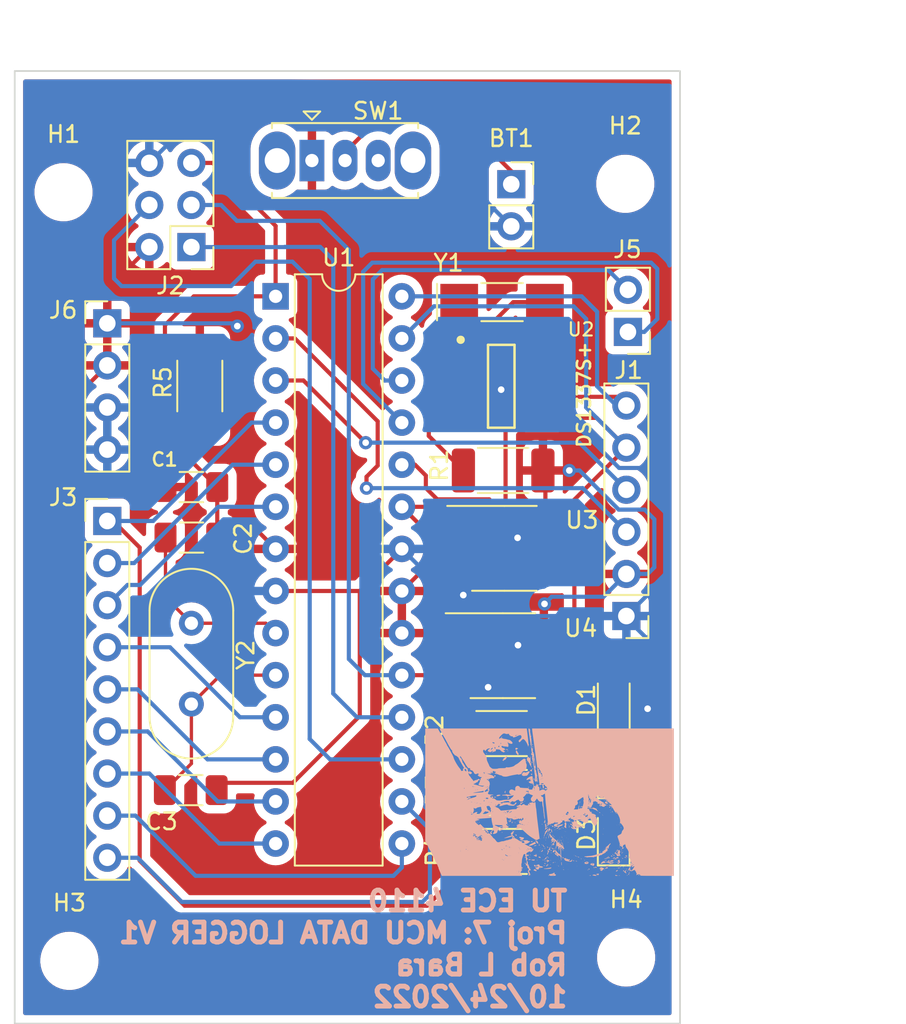
<source format=kicad_pcb>
(kicad_pcb (version 20211014) (generator pcbnew)
  (layers (0 "F.Cu" signal) (31 "B.Cu" signal) (34 "B.Paste" user) (35 "F.Paste" user) (36 "B.SilkS" user "B.Silkscreen") (37 "F.SilkS" user "F.Silkscreen") (38 "B.Mask" user) (39 "F.Mask" user) (44 "Edge.Cuts" user))
  (net 0 "")
  (net 1 "BAT")
  (net 2 "GND")
  (net 3 "VCC")
  (net 4 "XTAL+")
  (net 5 "XTAL-")
  (net 6 "Net-(D1-Pad2)")
  (net 7 "Net-(D2-Pad2)")
  (net 8 "Net-(D3-Pad2)")
  (net 9 "RX")
  (net 10 "TX")
  (net 11 "SDA")
  (net 12 "SCL")
  (net 13 "MISO")
  (net 14 "SCK")
  (net 15 "MOSI")
  (net 16 "RST")
  (net 17 "D0")
  (net 18 "D1")
  (net 19 "D2")
  (net 20 "D3")
  (net 21 "D4")
  (net 22 "D5")
  (net 23 "D6")
  (net 24 "D7")
  (net 25 "D8")
  (net 26 "A0")
  (net 27 "A1")
  (net 28 "Net-(R1-Pad1)")
  (net 30 "ADDRS1")
  (net 31 "ADDRS2")
  (net 32 "Net-(U2-Pad2)")
  (net 33 "Net-(U2-Pad1)")
  (footprint "MountingHole:MountingHole_2.5mm" (layer "F.Cu") (at 134.6454 70.3326)
    (fp_text reference "H2" (at 0 -3.5) (layer "F.SilkS"))
    (fp_text value "MountingHole")
    (pad "" np_thru_hole circle (at 0 0) (size 2.5 2.5) (drill 2.5) (layers *.Cu *.Mask))
  )
  (footprint "LED_SMD:LED_0805_2012Metric_Pad1.15x1.40mm_HandSolder" (layer "F.Cu") (at 133.948 105.548 90)
    (fp_text reference "D2" (at 0 -1.65 90) (layer "F.SilkS"))
    (fp_text value "LED")
    (pad "1" smd roundrect (at -1.025 0 90) (size 1.15 1.4) (layers "F.Cu" "F.Paste" "F.Mask") (roundrect_rratio 0.2173913043) (net 2 "GND"))
    (pad "2" smd roundrect (at 1.025 0 90) (size 1.15 1.4) (layers "F.Cu" "F.Paste" "F.Mask") (roundrect_rratio 0.2173913043) (net 7 "Net-(D2-Pad2)"))
  )
  (footprint "Connector_PinHeader_2.54mm:PinHeader_1x06_P2.54mm_Vertical" (layer "F.Cu") (at 134.71 96.413 180)
    (fp_text reference "J1" (at -0.1386 14.8282) (layer "F.SilkS"))
    (fp_text value "Conn_01x06_Male")
    (pad "1" thru_hole rect (at 0 0 180) (size 1.7 1.7) (drill 1) (layers *.Cu *.Mask) (net 2 "GND"))
    (pad "2" thru_hole oval (at 0 2.54 180) (size 1.7 1.7) (drill 1) (layers *.Cu *.Mask) (net 3 "VCC"))
    (pad "3" thru_hole oval (at 0 5.08 180) (size 1.7 1.7) (drill 1) (layers *.Cu *.Mask) (net 9 "RX"))
    (pad "4" thru_hole oval (at 0 7.62 180) (size 1.7 1.7) (drill 1) (layers *.Cu *.Mask) (net 10 "TX"))
    (pad "5" thru_hole oval (at 0 10.16 180) (size 1.7 1.7) (drill 1) (layers *.Cu *.Mask) (net 11 "SDA"))
    (pad "6" thru_hole oval (at 0 12.7 180) (size 1.7 1.7) (drill 1) (layers *.Cu *.Mask) (net 12 "SCL"))
  )
  (footprint "Package_SO:SOIC-8_3.9x4.9mm_P1.27mm" (layer "F.Cu") (at 127.348 92.329)
    (fp_text reference "U3" (at 4.6812 -1.7018) (layer "F.SilkS"))
    (fp_text value "CAT24C512WI-GT3")
    (pad "1" smd roundrect (at -2.475 -1.905) (size 1.95 0.6) (layers "F.Cu" "F.Paste" "F.Mask") (net 30 "ADDRS1"))
    (pad "2" smd roundrect (at -2.475 -0.635) (size 1.95 0.6) (layers "F.Cu" "F.Paste" "F.Mask") (net 31 "ADDRS2"))
    (pad "3" smd roundrect (at -2.475 0.635) (size 1.95 0.6) (layers "F.Cu" "F.Paste" "F.Mask") (net 3 "VCC"))
    (pad "4" smd roundrect (at -2.475 1.905) (size 1.95 0.6) (layers "F.Cu" "F.Paste" "F.Mask") (net 2 "GND"))
    (pad "5" smd roundrect (at 2.475 1.905) (size 1.95 0.6) (layers "F.Cu" "F.Paste" "F.Mask") (net 11 "SDA"))
    (pad "6" smd roundrect (at 2.475 0.635) (size 1.95 0.6) (layers "F.Cu" "F.Paste" "F.Mask") (net 12 "SCL"))
    (pad "7" smd roundrect (at 2.475 -0.635) (size 1.95 0.6) (layers "F.Cu" "F.Paste" "F.Mask") (net 2 "GND"))
    (pad "8" smd roundrect (at 2.475 -1.905) (size 1.95 0.6) (layers "F.Cu" "F.Paste" "F.Mask") (net 3 "VCC"))
  )
  (footprint "Button_Switch_THT:SW_Slide_1P2T_CK_OS102011MS2Q" (layer "F.Cu") (at 115.729 68.9283)
    (fp_text reference "SW1" (at 3.99 -2.99) (layer "F.SilkS"))
    (fp_text value "SW_SPDT")
    (pad "" thru_hole oval (at -2.1 0) (size 2.2 3.5) (drill 1.5) (layers *.Cu *.Mask))
    (pad "" thru_hole oval (at 6.1 0) (size 2.2 3.5) (drill 1.5) (layers *.Cu *.Mask))
    (pad "1" thru_hole rect (at 0 0) (size 1.5 2.5) (drill 0.8) (layers *.Cu *.Mask) (net 3 "VCC"))
    (pad "2" thru_hole oval (at 2 0) (size 1.5 2.5) (drill 0.8) (layers *.Cu *.Mask) (net 1 "BAT"))
    (pad "3" thru_hole oval (at 4 0) (size 1.5 2.5) (drill 0.8) (layers *.Cu *.Mask))
  )
  (footprint "MountingHole:MountingHole_2.5mm" (layer "F.Cu") (at 100.7364 70.8406)
    (fp_text reference "H1" (at 0 -3.5) (layer "F.SilkS"))
    (fp_text value "MountingHole")
    (pad "" np_thru_hole circle (at 0 0) (size 2.5 2.5) (drill 2.5) (layers *.Cu *.Mask))
  )
  (footprint "LED_SMD:LED_0805_2012Metric_Pad1.15x1.40mm_HandSolder" (layer "F.Cu") (at 133.948 101.484 90)
    (fp_text reference "D1" (at 0 -1.65 90) (layer "F.SilkS"))
    (fp_text value "LED")
    (pad "1" smd roundrect (at -1.025 0 90) (size 1.15 1.4) (layers "F.Cu" "F.Paste" "F.Mask") (roundrect_rratio 0.2173913043) (net 2 "GND"))
    (pad "2" smd roundrect (at 1.025 0 90) (size 1.15 1.4) (layers "F.Cu" "F.Paste" "F.Mask") (roundrect_rratio 0.2173913043) (net 6 "Net-(D1-Pad2)"))
  )
  (footprint "MountingHole:MountingHole_2.5mm" (layer "F.Cu") (at 134.6962 117.0178)
    (fp_text reference "H4" (at 0 -3.5) (layer "F.SilkS"))
    (fp_text value "MountingHole")
    (pad "" np_thru_hole circle (at 0 0) (size 2.5 2.5) (drill 2.5) (layers *.Cu *.Mask))
  )
  (footprint "Capacitor_SMD:C_1206_3216Metric_Pad1.33x1.80mm_HandSolder" (layer "F.Cu") (at 108.4155 106.918)
    (fp_text reference "C3" (at -1.7609 1.8956) (layer "F.SilkS"))
    (fp_text value "10uF")
    (pad "1" smd roundrect (at -1.5625 0) (size 1.325 1.8) (layers "F.Cu" "F.Paste" "F.Mask") (roundrect_rratio 0.1886792453) (net 5 "XTAL-"))
    (pad "2" smd roundrect (at 1.5625 0) (size 1.325 1.8) (layers "F.Cu" "F.Paste" "F.Mask") (roundrect_rratio 0.1886792453) (net 2 "GND"))
  )
  (footprint "Resistor_SMD:R_2010_5025Metric_Pad1.40x2.65mm_HandSolder" (layer "F.Cu") (at 127.179 110.617)
    (fp_text reference "R4" (at -4.0398 -0.0508 90) (layer "F.SilkS"))
    (fp_text value "330")
    (pad "1" smd roundrect (at -2.4 0) (size 1.4 2.65) (layers "F.Cu" "F.Paste" "F.Mask") (roundrect_rratio 0.1785707143) (net 17 "D0"))
    (pad "2" smd roundrect (at 2.4 0) (size 1.4 2.65) (layers "F.Cu" "F.Paste" "F.Mask") (roundrect_rratio 0.1785707143) (net 7 "Net-(D2-Pad2)"))
  )
  (footprint "Crystal:Crystal_HC49-4H_Vertical" (layer "F.Cu") (at 108.454 96.848 -90)
    (fp_text reference "Y2" (at 1.9072 -3.2806 90) (layer "F.SilkS"))
    (fp_text value "16kHz")
    (pad "1" thru_hole circle (at 0 0 270) (size 1.5 1.5) (drill 0.8) (layers *.Cu *.Mask) (net 4 "XTAL+"))
    (pad "2" thru_hole circle (at 4.88 0 270) (size 1.5 1.5) (drill 0.8) (layers *.Cu *.Mask) (net 5 "XTAL-"))
  )
  (footprint "Package_DIP:DIP-28_W7.62mm" (layer "F.Cu") (at 113.538 77.122)
    (fp_text reference "U1" (at 3.81 -2.33) (layer "F.SilkS"))
    (fp_text value "ATmega168-20P")
    (pad "1" thru_hole rect (at 0 0) (size 1.6 1.6) (drill 0.8) (layers *.Cu *.Mask) (net 16 "RST"))
    (pad "2" thru_hole oval (at 0 2.54) (size 1.6 1.6) (drill 0.8) (layers *.Cu *.Mask) (net 9 "RX"))
    (pad "3" thru_hole oval (at 0 5.08) (size 1.6 1.6) (drill 0.8) (layers *.Cu *.Mask) (net 10 "TX"))
    (pad "4" thru_hole oval (at 0 7.62) (size 1.6 1.6) (drill 0.8) (layers *.Cu *.Mask) (net 17 "D0"))
    (pad "5" thru_hole oval (at 0 10.16) (size 1.6 1.6) (drill 0.8) (layers *.Cu *.Mask) (net 18 "D1"))
    (pad "6" thru_hole oval (at 0 12.7) (size 1.6 1.6) (drill 0.8) (layers *.Cu *.Mask) (net 19 "D2"))
    (pad "7" thru_hole oval (at 0 15.24) (size 1.6 1.6) (drill 0.8) (layers *.Cu *.Mask) (net 3 "VCC"))
    (pad "8" thru_hole oval (at 0 17.78) (size 1.6 1.6) (drill 0.8) (layers *.Cu *.Mask) (net 2 "GND"))
    (pad "9" thru_hole oval (at 0 20.32) (size 1.6 1.6) (drill 0.8) (layers *.Cu *.Mask) (net 4 "XTAL+"))
    (pad "10" thru_hole oval (at 0 22.86) (size 1.6 1.6) (drill 0.8) (layers *.Cu *.Mask) (net 5 "XTAL-"))
    (pad "11" thru_hole oval (at 0 25.4) (size 1.6 1.6) (drill 0.8) (layers *.Cu *.Mask) (net 20 "D3"))
    (pad "12" thru_hole oval (at 0 27.94) (size 1.6 1.6) (drill 0.8) (layers *.Cu *.Mask) (net 21 "D4"))
    (pad "13" thru_hole oval (at 0 30.48) (size 1.6 1.6) (drill 0.8) (layers *.Cu *.Mask) (net 22 "D5"))
    (pad "14" thru_hole oval (at 0 33.02) (size 1.6 1.6) (drill 0.8) (layers *.Cu *.Mask) (net 23 "D6"))
    (pad "15" thru_hole oval (at 7.62 33.02) (size 1.6 1.6) (drill 0.8) (layers *.Cu *.Mask) (net 24 "D7"))
    (pad "16" thru_hole oval (at 7.62 30.48) (size 1.6 1.6) (drill 0.8) (layers *.Cu *.Mask) (net 25 "D8"))
    (pad "17" thru_hole oval (at 7.62 27.94) (size 1.6 1.6) (drill 0.8) (layers *.Cu *.Mask) (net 15 "MOSI"))
    (pad "18" thru_hole oval (at 7.62 25.4) (size 1.6 1.6) (drill 0.8) (layers *.Cu *.Mask) (net 13 "MISO"))
    (pad "19" thru_hole oval (at 7.62 22.86) (size 1.6 1.6) (drill 0.8) (layers *.Cu *.Mask) (net 14 "SCK"))
    (pad "20" thru_hole oval (at 7.62 20.32) (size 1.6 1.6) (drill 0.8) (layers *.Cu *.Mask) (net 3 "VCC"))
    (pad "21" thru_hole oval (at 7.62 17.78) (size 1.6 1.6) (drill 0.8) (layers *.Cu *.Mask) (net 3 "VCC"))
    (pad "22" thru_hole oval (at 7.62 15.24) (size 1.6 1.6) (drill 0.8) (layers *.Cu *.Mask) (net 2 "GND"))
    (pad "23" thru_hole oval (at 7.62 12.7) (size 1.6 1.6) (drill 0.8) (layers *.Cu *.Mask) (net 30 "ADDRS1"))
    (pad "24" thru_hole oval (at 7.62 10.16) (size 1.6 1.6) (drill 0.8) (layers *.Cu *.Mask) (net 31 "ADDRS2"))
    (pad "25" thru_hole oval (at 7.62 7.62) (size 1.6 1.6) (drill 0.8) (layers *.Cu *.Mask) (net 26 "A0"))
    (pad "26" thru_hole oval (at 7.62 5.08) (size 1.6 1.6) (drill 0.8) (layers *.Cu *.Mask) (net 27 "A1"))
    (pad "27" thru_hole oval (at 7.62 2.54) (size 1.6 1.6) (drill 0.8) (layers *.Cu *.Mask) (net 11 "SDA"))
    (pad "28" thru_hole oval (at 7.62 0) (size 1.6 1.6) (drill 0.8) (layers *.Cu *.Mask) (net 12 "SCL"))
  )
  (footprint "Connector_PinHeader_2.54mm:PinHeader_2x03_P2.54mm_Vertical" (layer "F.Cu") (at 108.454 74.152 180)
    (fp_text reference "J2" (at 1.27 -2.33) (layer "F.SilkS"))
    (fp_text value "Conn_02x03_Odd_Even")
    (pad "1" thru_hole rect (at 0 0 180) (size 1.7 1.7) (drill 1) (layers *.Cu *.Mask) (net 13 "MISO"))
    (pad "2" thru_hole oval (at 2.54 0 180) (size 1.7 1.7) (drill 1) (layers *.Cu *.Mask) (net 3 "VCC"))
    (pad "3" thru_hole oval (at 0 2.54 180) (size 1.7 1.7) (drill 1) (layers *.Cu *.Mask) (net 14 "SCK"))
    (pad "4" thru_hole oval (at 2.54 2.54 180) (size 1.7 1.7) (drill 1) (layers *.Cu *.Mask) (net 15 "MOSI"))
    (pad "5" thru_hole oval (at 0 5.08 180) (size 1.7 1.7) (drill 1) (layers *.Cu *.Mask) (net 16 "RST"))
    (pad "6" thru_hole oval (at 2.54 5.08 180) (size 1.7 1.7) (drill 1) (layers *.Cu *.Mask) (net 2 "GND"))
  )
  (footprint "Connector_PinHeader_2.54mm:PinHeader_1x09_P2.54mm_Vertical" (layer "F.Cu") (at 103.378 90.678)
    (fp_text reference "J3" (at -2.667 -1.4224) (layer "F.SilkS"))
    (fp_text value "Conn_01x09_Male")
    (pad "1" thru_hole rect (at 0 0) (size 1.7 1.7) (drill 1) (layers *.Cu *.Mask) (net 17 "D0"))
    (pad "2" thru_hole oval (at 0 2.54) (size 1.7 1.7) (drill 1) (layers *.Cu *.Mask) (net 18 "D1"))
    (pad "3" thru_hole oval (at 0 5.08) (size 1.7 1.7) (drill 1) (layers *.Cu *.Mask) (net 19 "D2"))
    (pad "4" thru_hole oval (at 0 7.62) (size 1.7 1.7) (drill 1) (layers *.Cu *.Mask) (net 20 "D3"))
    (pad "5" thru_hole oval (at 0 10.16) (size 1.7 1.7) (drill 1) (layers *.Cu *.Mask) (net 21 "D4"))
    (pad "6" thru_hole oval (at 0 12.7) (size 1.7 1.7) (drill 1) (layers *.Cu *.Mask) (net 22 "D5"))
    (pad "7" thru_hole oval (at 0 15.24) (size 1.7 1.7) (drill 1) (layers *.Cu *.Mask) (net 23 "D6"))
    (pad "8" thru_hole oval (at 0 17.78) (size 1.7 1.7) (drill 1) (layers *.Cu *.Mask) (net 24 "D7"))
    (pad "9" thru_hole oval (at 0 20.32) (size 1.7 1.7) (drill 1) (layers *.Cu *.Mask) (net 25 "D8"))
  )
  (footprint "Capacitor_SMD:C_1206_3216Metric_Pad1.33x1.80mm_HandSolder" (layer "F.Cu") (at 108.454 91.678)
    (fp_text reference "C2" (at 3.1282 0.0668 90) (layer "F.SilkS"))
    (fp_text value "10uF")
    (pad "1" smd roundrect (at -1.5625 0) (size 1.325 1.8) (layers "F.Cu" "F.Paste" "F.Mask") (roundrect_rratio 0.1886792453) (net 4 "XTAL+"))
    (pad "2" smd roundrect (at 1.5625 0) (size 1.325 1.8) (layers "F.Cu" "F.Paste" "F.Mask") (roundrect_rratio 0.1886792453) (net 2 "GND"))
  )
  (footprint "Crystal:Crystal_SMD_MicroCrystal_CC4V-T1A-2Pin_5.0x1.9mm_HandSoldering" (layer "F.Cu") (at 127.2065 77.47)
    (fp_text reference "Y1" (at -3.2291 -2.3622) (layer "F.SilkS"))
    (fp_text value "32kHz")
    (pad "1" smd rect (at -2.5875 0) (size 2.275 2.2) (layers "F.Cu" "F.Paste" "F.Mask") (net 32 "Net-(U2-Pad2)"))
    (pad "2" smd rect (at 2.5875 0) (size 2.275 2.2) (layers "F.Cu" "F.Paste" "F.Mask") (net 33 "Net-(U2-Pad1)"))
  )
  (footprint "Resistor_SMD:R_2010_5025Metric_Pad1.40x2.65mm_HandSolder" (layer "F.Cu") (at 127.179 103.505)
    (fp_text reference "R2" (at -4.0398 -0.1778 270) (layer "F.SilkS"))
    (fp_text value "330")
    (pad "1" smd roundrect (at -2.4 0) (size 1.4 2.65) (layers "F.Cu" "F.Paste" "F.Mask") (roundrect_rratio 0.1785707143) (net 3 "VCC"))
    (pad "2" smd roundrect (at 2.4 0) (size 1.4 2.65) (layers "F.Cu" "F.Paste" "F.Mask") (roundrect_rratio 0.1785707143) (net 8 "Net-(D3-Pad2)"))
  )
  (footprint "IC_Maxim_DS1337S+:Maxim-DS1337S+-Level_A" (layer "F.Cu") (at 127.159 82.55)
    (fp_text reference "U2" (at 3.9304 -3.429) (layer "F.SilkS") (effects (font (size 0.8 0.8) (thickness 0.125)) (justify left)))
    (fp_text value "DS1337S+" (at 4.9972 0.508 90) (layer "F.SilkS") (effects (font (size 0.8 0.8))))
    (pad "1" smd roundrect (at -2.45 -1.905 270) (size 0.700001 2.5) (layers "F.Cu" "F.Paste" "F.Mask") (roundrect_rratio 0.5) (net 33 "Net-(U2-Pad1)"))
    (pad "2" smd roundrect (at -2.45 -0.635 270) (size 0.700001 2.5) (layers "F.Cu" "F.Paste" "F.Mask") (roundrect_rratio 0.5) (net 32 "Net-(U2-Pad2)"))
    (pad "3" smd roundrect (at -2.45 0.635 270) (size 0.700001 2.5) (layers "F.Cu" "F.Paste" "F.Mask") (roundrect_rratio 0.5) (net 28 "Net-(R1-Pad1)"))
    (pad "4" smd roundrect (at -2.45 1.905 270) (size 0.700001 2.5) (layers "F.Cu" "F.Paste" "F.Mask") (roundrect_rratio 0.5) (net 2 "GND"))
    (pad "5" smd roundrect (at 2.45 1.905 270) (size 0.700001 2.5) (layers "F.Cu" "F.Paste" "F.Mask") (roundrect_rratio 0.5) (net 11 "SDA"))
    (pad "6" smd roundrect (at 2.45 0.635 270) (size 0.700001 2.5) (layers "F.Cu" "F.Paste" "F.Mask") (roundrect_rratio 0.5) (net 12 "SCL"))
    (pad "7" smd roundrect (at 2.45 -0.635 270) (size 0.700001 2.5) (layers "F.Cu" "F.Paste" "F.Mask") (roundrect_rratio 0.5))
    (pad "8" smd roundrect (at 2.45 -1.905 270) (size 0.700001 2.5) (layers "F.Cu" "F.Paste" "F.Mask") (roundrect_rratio 0.5) (net 3 "VCC"))
  )
  (footprint "Resistor_SMD:R_2010_5025Metric_Pad1.40x2.65mm_HandSolder" (layer "F.Cu") (at 127.273 87.63)
    (fp_text reference "R1" (at -3.8544 -0.3048 90) (layer "F.SilkS"))
    (fp_text value "10k")
    (pad "1" smd roundrect (at -2.4 0) (size 1.4 2.65) (layers "F.Cu" "F.Paste" "F.Mask") (roundrect_rratio 0.1785707143) (net 28 "Net-(R1-Pad1)"))
    (pad "2" smd roundrect (at 2.4 0) (size 1.4 2.65) (layers "F.Cu" "F.Paste" "F.Mask") (roundrect_rratio 0.1785707143) (net 3 "VCC"))
  )
  (footprint "Connector_PinHeader_2.54mm:PinHeader_1x04_P2.54mm_Vertical" (layer "F.Cu") (at 103.378 78.75)
    (fp_text reference "J6" (at -2.667 -0.7974) (layer "F.SilkS"))
    (fp_text value "Conn_01x04")
    (pad "1" thru_hole rect (at 0 0) (size 1.7 1.7) (drill 1) (layers *.Cu *.Mask) (net 3 "VCC"))
    (pad "2" thru_hole oval (at 0 2.54) (size 1.7 1.7) (drill 1) (layers *.Cu *.Mask) (net 3 "VCC"))
    (pad "3" thru_hole oval (at 0 5.08) (size 1.7 1.7) (drill 1) (layers *.Cu *.Mask) (net 2 "GND"))
    (pad "4" thru_hole oval (at 0 7.62) (size 1.7 1.7) (drill 1) (layers *.Cu *.Mask) (net 2 "GND"))
  )
  (footprint "Package_SO:SOIC-8_3.9x4.9mm_P1.27mm" (layer "F.Cu") (at 127.254 98.806)
    (fp_text reference "U4" (at 4.699 -1.651) (layer "F.SilkS"))
    (fp_text value "CAT24C512WI-GT3")
    (pad "1" smd roundrect (at -2.475 -1.905) (size 1.95 0.6) (layers "F.Cu" "F.Paste" "F.Mask") (net 30 "ADDRS1"))
    (pad "2" smd roundrect (at -2.475 -0.635) (size 1.95 0.6) (layers "F.Cu" "F.Paste" "F.Mask") (net 31 "ADDRS2"))
    (pad "3" smd roundrect (at -2.475 0.635) (size 1.95 0.6) (layers "F.Cu" "F.Paste" "F.Mask") (net 3 "VCC"))
    (pad "4" smd roundrect (at -2.475 1.905) (size 1.95 0.6) (layers "F.Cu" "F.Paste" "F.Mask") (net 2 "GND"))
    (pad "5" smd roundrect (at 2.475 1.905) (size 1.95 0.6) (layers "F.Cu" "F.Paste" "F.Mask") (net 11 "SDA"))
    (pad "6" smd roundrect (at 2.475 0.635) (size 1.95 0.6) (layers "F.Cu" "F.Paste" "F.Mask") (net 12 "SCL"))
    (pad "7" smd roundrect (at 2.475 -0.635) (size 1.95 0.6) (layers "F.Cu" "F.Paste" "F.Mask") (net 2 "GND"))
    (pad "8" smd roundrect (at 2.475 -1.905) (size 1.95 0.6) (layers "F.Cu" "F.Paste" "F.Mask") (net 3 "VCC"))
  )
  (footprint "LED_SMD:LED_0805_2012Metric_Pad1.15x1.40mm_HandSolder" (layer "F.Cu") (at 133.948 109.603 90)
    (fp_text reference "D3" (at 0 -1.65 90) (layer "F.SilkS"))
    (fp_text value "LED")
    (pad "1" smd roundrect (at -1.025 0 90) (size 1.15 1.4) (layers "F.Cu" "F.Paste" "F.Mask") (roundrect_rratio 0.2173913043) (net 2 "GND"))
    (pad "2" smd roundrect (at 1.025 0 90) (size 1.15 1.4) (layers "F.Cu" "F.Paste" "F.Mask") (roundrect_rratio 0.2173913043) (net 8 "Net-(D3-Pad2)"))
  )
  (footprint "Capacitor_SMD:C_1206_3216Metric_Pad1.33x1.80mm_HandSolder" (layer "F.Cu") (at 108.454 88.63)
    (fp_text reference "C1" (at -1.6216 -1.6604) (layer "F.SilkS") (effects (font (size 0.8 0.8))))
    (fp_text value "10uF")
    (pad "1" smd roundrect (at -1.5625 0) (size 1.325 1.8) (layers "F.Cu" "F.Paste" "F.Mask") (roundrect_rratio 0.1886792453) (net 3 "VCC"))
    (pad "2" smd roundrect (at 1.5625 0) (size 1.325 1.8) (layers "F.Cu" "F.Paste" "F.Mask") (roundrect_rratio 0.1886792453) (net 2 "GND"))
  )
  (footprint "Resistor_SMD:R_2010_5025Metric_Pad1.40x2.65mm_HandSolder" (layer "F.Cu") (at 127.179 107.061)
    (fp_text reference "R3" (at -4.0144 -0.127 90) (layer "F.SilkS"))
    (fp_text value "330")
    (pad "1" smd roundrect (at -2.4 0) (size 1.4 2.65) (layers "F.Cu" "F.Paste" "F.Mask") (roundrect_rratio 0.1785707143) (net 14 "SCK"))
    (pad "2" smd roundrect (at 2.4 0) (size 1.4 2.65) (layers "F.Cu" "F.Paste" "F.Mask") (roundrect_rratio 0.1785707143) (net 6 "Net-(D1-Pad2)"))
  )
  (footprint "Resistor_SMD:R_2010_5025Metric_Pad1.40x2.65mm_HandSolder" (layer "F.Cu") (at 108.962 82.534 90)
    (fp_text reference "R5" (at 0.2126 -2.2312 90) (layer "F.SilkS"))
    (fp_text value "10k")
    (pad "1" smd roundrect (at -2.4 0 90) (size 1.4 2.65) (layers "F.Cu" "F.Paste" "F.Mask") (roundrect_rratio 0.1785707143) (net 16 "RST"))
    (pad "2" smd roundrect (at 2.4 0 90) (size 1.4 2.65) (layers "F.Cu" "F.Paste" "F.Mask") (roundrect_rratio 0.1785707143) (net 3 "VCC"))
  )
  (footprint "Connector_PinHeader_2.54mm:PinHeader_1x02_P2.54mm_Vertical" (layer "F.Cu") (at 134.804 79.268 180)
    (fp_text reference "J5" (at 0.0316 4.973) (layer "F.SilkS"))
    (fp_text value "Conn_01x02")
    (pad "1" thru_hole rect (at 0 0 180) (size 1.7 1.7) (drill 1) (layers *.Cu *.Mask) (net 26 "A0"))
    (pad "2" thru_hole oval (at 0 2.54 180) (size 1.7 1.7) (drill 1) (layers *.Cu *.Mask) (net 27 "A1"))
  )
  (footprint "MountingHole:MountingHole_2.5mm" (layer "F.Cu") (at 101.092 117.221)
    (fp_text reference "H3" (at 0 -3.5) (layer "F.SilkS"))
    (fp_text value "MountingHole")
    (pad "" np_thru_hole circle (at 0 0) (size 2.5 2.5) (drill 2.5) (layers *.Cu *.Mask))
  )
  (footprint "Connector_PinSocket_2.54mm:PinSocket_1x02_P2.54mm_Vertical" (layer "F.Cu") (at 127.762 70.358)
    (fp_text reference "BT1" (at 0 -2.77) (layer "F.SilkS"))
    (fp_text value "Battery")
    (pad "1" thru_hole rect (at 0 0) (size 1.7 1.7) (drill 1) (layers *.Cu *.Mask) (net 1 "BAT"))
    (pad "2" thru_hole oval (at 0 2.54) (size 1.7 1.7) (drill 1) (layers *.Cu *.Mask) (net 2 "GND"))
  )
  (footprint "LOGO" (layer "B.Cu") (at 130.0734 107.6452 180)
    (fp_text reference "G***" (at 0 0) (layer "B.SilkS") (effects (font (size 1.524 1.524) (thickness 0.3)) (justify mirror)))
    (fp_text value "LOGO" hide)
  )
  (gr_rect (start 97.79 63.5254) (end 137.9474 121.0056) (layer "Edge.Cuts") (width 0.1) (fill none))
  (gr_text "TU ECE 4110\nProj 7: MCU DATA LOGGER V1\nRob L Bara\n10/24/2022\n" (at 131.2926 116.5098) (layer "B.SilkS") (effects (font (size 1.2 1.2) (thickness 0.3)) (justify left mirror)))
  (segment (start 120.0157 66.1416) (end 124.333 66.1416) (width 0.25) (layer "F.Cu") (net 1))
  (segment (start 117.729 68.9283) (end 117.729 68.4283) (width 0.25) (layer "F.Cu") (net 1))
  (segment (start 124.333 66.1416) (end 127.762 69.5706) (width 0.25) (layer "F.Cu") (net 1))
  (segment (start 117.729 68.4283) (end 120.0157 66.1416) (width 0.25) (layer "F.Cu") (net 1))
  (segment (start 127.762 69.5706) (end 127.762 70.358) (width 0.25) (layer "F.Cu") (net 1))
  (segment (start 110.0165 93.3287) (end 111.5898 94.902) (width 0.25) (layer "F.Cu") (net 2))
  (segment (start 135.9916 107.2134) (end 135.9916 103.251) (width 0.25) (layer "F.Cu") (net 2))
  (segment (start 109.978 106.918) (end 110.419 106.477) (width 0.25) (layer "F.Cu") (net 2))
  (segment (start 135.0408 110.628) (end 135.9916 109.6772) (width 0.25) (layer "F.Cu") (net 2))
  (segment (start 118.618 94.902) (end 121.158 92.362) (width 0.25) (layer "F.Cu") (net 2))
  (segment (start 129.729 98.171) (end 128.1684 98.171) (width 0.25) (layer "F.Cu") (net 2))
  (segment (start 135.3512 106.573) (end 135.9916 107.2134) (width 0.25) (layer "F.Cu") (net 2))
  (segment (start 110.0165 88.63) (end 110.0165 91.678) (width 0.25) (layer "F.Cu") (net 2))
  (segment (start 107.7565 86.37) (end 110.0165 88.63) (width 0.25) (layer "F.Cu") (net 2))
  (segment (start 134.71 96.6332) (end 134.6962 96.647) (width 0.25) (layer "F.Cu") (net 2))
  (segment (start 133.948 102.509) (end 135.2496 102.509) (width 0.25) (layer "F.Cu") (net 2))
  (segment (start 135.9916 109.6772) (end 135.9916 107.2134) (width 0.25) (layer "F.Cu") (net 2))
  (segment (start 110.419 106.477) (end 114.5792 106.477) (width 0.25) (layer "F.Cu") (net 2))
  (segment (start 110.0165 91.678) (end 110.0165 93.3287) (width 0.25) (layer "F.Cu") (net 2))
  (segment (start 124.779 100.711) (end 126.365 100.711) (width 0.25) (layer "F.Cu") (net 2))
  (segment (start 128.143 91.694) (end 129.823 91.694) (width 0.25) (layer "F.Cu") (net 2))
  (segment (start 124.709 84.455) (end 126.7714 84.455) (width 0.25) (layer "F.Cu") (net 2))
  (segment (start 111.5898 94.902) (end 113.538 94.902) (width 0.25) (layer "F.Cu") (net 2))
  (segment (start 103.378 86.37) (end 107.7565 86.37) (width 0.25) (layer "F.Cu") (net 2))
  (segment (start 103.378 83.83) (end 103.378 86.37) (width 0.25) (layer "F.Cu") (net 2))
  (segment (start 133.948 106.573) (end 135.3512 106.573) (width 0.25) (layer "F.Cu") (net 2))
  (segment (start 135.9916 103.251) (end 135.9916 102.0064) (width 0.25) (layer "F.Cu") (net 2))
  (segment (start 135.2496 102.509) (end 135.9916 103.251) (width 0.25) (layer "F.Cu") (net 2))
  (segment (start 114.5792 106.477) (end 118.618 102.4382) (width 0.25) (layer "F.Cu") (net 2))
  (segment (start 118.618 102.4382) (end 118.618 94.902) (width 0.25) (layer "F.Cu") (net 2))
  (segment (start 127.1524 84.074) (end 127.1524 82.7532) (width 0.25) (layer "F.Cu") (net 2))
  (segment (start 126.7714 84.455) (end 127.1524 84.074) (width 0.25) (layer "F.Cu") (net 2))
  (segment (start 133.948 110.628) (end 135.0408 110.628) (width 0.25) (layer "F.Cu") (net 2))
  (segment (start 124.873 95.1418) (end 124.8664 95.1484) (width 0.25) (layer "F.Cu") (net 2))
  (segment (start 113.538 94.902) (end 118.618 94.902) (width 0.25) (layer "F.Cu") (net 2))
  (segment (start 124.873 94.234) (end 124.873 95.1418) (width 0.25) (layer "F.Cu") (net 2))
  (via (at 127.1524 82.7532) (size 0.8) (drill 0.4) (layers "F.Cu" "B.Cu") (net 2))
  (via (at 128.1684 98.171) (size 0.8) (drill 0.4) (layers "F.Cu" "B.Cu") (net 2))
  (via (at 128.143 91.694) (size 0.8) (drill 0.4) (layers "F.Cu" "B.Cu") (net 2))
  (via (at 126.365 100.711) (size 0.8) (drill 0.4) (layers "F.Cu" "B.Cu") (net 2))
  (via (at 135.9916 102.0064) (size 0.8) (drill 0.4) (layers "F.Cu" "B.Cu") (net 2))
  (via (at 124.8664 95.1484) (size 0.8) (drill 0.4) (layers "F.Cu" "B.Cu") (net 2))
  (segment (start 127.762 72.898) (end 125.3744 70.5104) (width 0.25) (layer "B.Cu") (net 2))
  (segment (start 128.1684 98.171) (end 126.4104 96.413) (width 0.25) (layer "B.Cu") (net 2))
  (segment (start 125.3744 67.1322) (end 124.1298 65.8876) (width 0.25) (layer "B.Cu") (net 2))
  (segment (start 124.8664 95.1484) (end 126.0402 96.3222) (width 0.25) (layer "B.Cu") (net 2))
  (segment (start 126.4104 96.413) (end 126.2834 96.413) (width 0.25) (layer "B.Cu") (net 2))
  (segment (start 127.1524 82.7532) (end 129.548499 82.7532) (width 0.25) (layer "B.Cu") (net 2))
  (segment (start 125.3744 70.5104) (end 125.3744 67.1322) (width 0.25) (layer "B.Cu") (net 2))
  (segment (start 125.209 96.413) (end 121.158 92.362) (width 0.25) (layer "B.Cu") (net 2))
  (segment (start 134.71 96.413) (end 126.2834 96.413) (width 0.25) (layer "B.Cu") (net 2))
  (segment (start 134.71 96.413) (end 134.71 96.5338) (width 0.25) (layer "B.Cu") (net 2))
  (segment (start 137.0512 88.207) (end 136.3218 87.4776) (width 0.25) (layer "B.Cu") (net 2))
  (segment (start 128.143 91.694) (end 128.143 94.3102) (width 0.25) (layer "B.Cu") (net 2))
  (segment (start 124.1298 65.8876) (end 109.0984 65.8876) (width 0.25) (layer "B.Cu") (net 2))
  (segment (start 128.1684 98.9076) (end 128.1684 98.171) (width 0.25) (layer "B.Cu") (net 2))
  (segment (start 126.0402 96.413) (end 125.209 96.413) (width 0.25) (layer "B.Cu") (net 2))
  (segment (start 134.71 96.5338) (end 135.9916 97.8154) (width 0.25) (layer "B.Cu") (net 2))
  (segment (start 137.0512 94.0718) (end 134.71 96.413) (width 0.25) (layer "B.Cu") (net 2))
  (segment (start 129.548499 82.7532) (end 134.272899 87.4776) (width 0.25) (layer "B.Cu") (net 2))
  (segment (start 128.143 94.3102) (end 126.0402 96.413) (width 0.25) (layer "B.Cu") (net 2))
  (segment (start 126.2834 96.413) (end 126.0402 96.413) (width 0.25) (layer "B.Cu") (net 2))
  (segment (start 126.0402 96.3222) (end 126.0402 96.413) (width 0.25) (layer "B.Cu") (net 2))
  (segment (start 135.9916 102.0064) (end 135.9916 97.8154) (width 0.25) (layer "B.Cu") (net 2))
  (segment (start 109.0984 65.8876) (end 105.914 69.072) (width 0.25) (layer "B.Cu") (net 2))
  (segment (start 136.3218 87.4776) (end 134.272899 87.4776) (width 0.25) (layer "B.Cu") (net 2))
  (segment (start 126.365 100.711) (end 128.1684 98.9076) (width 0.25) (layer "B.Cu") (net 2))
  (segment (start 137.0512 88.207) (end 137.0512 94.0718) (width 0.25) (layer "B.Cu") (net 2))
  (segment (start 111.6584 80.6958) (end 111.6584 90.4824) (width 0.25) (layer "F.Cu") (net 3))
  (segment (start 131.2926 87.6554) (end 131.2672 87.63) (width 0.25) (layer "F.Cu") (net 3))
  (segment (start 101.3206 88.011) (end 101.3206 83.3474) (width 0.25) (layer "F.Cu") (net 3))
  (segment (start 124.873 92.964) (end 123.096 92.964) (width 0.25) (layer "F.Cu") (net 3))
  (segment (start 101.9396 88.63) (end 101.3206 88.011) (width 0.25) (layer "F.Cu") (net 3))
  (segment (start 129.823 87.78) (end 129.673 87.63) (width 0.25) (layer "F.Cu") (net 3))
  (segment (start 108.9904 80.1624) (end 111.2266 80.1624) (width 0.25) (layer "F.Cu") (net 3))
  (segment (start 111.6584 90.4824) (end 113.538 92.362) (width 0.25) (layer "F.Cu") (net 3))
  (segment (start 123.096 92.964) (end 121.158 94.902) (width 0.25) (layer "F.Cu") (net 3))
  (segment (start 129.673 87.63) (end 131.2672 87.63) (width 0.25) (layer "F.Cu") (net 3))
  (segment (start 129.729 95.7214) (end 129.7686 95.6818) (width 0.25) (layer "F.Cu") (net 3))
  (segment (start 129.729 96.901) (end 129.729 95.7214) (width 0.25) (layer "F.Cu") (net 3))
  (segment (start 101.3206 83.3474) (end 103.378 81.29) (width 0.25) (layer "F.Cu") (net 3))
  (segment (start 111.6584 80.6958) (end 111.6584 79.3496) (width 0.25) (layer "F.Cu") (net 3))
  (segment (start 111.6584 79.3496) (end 111.2266 78.9178) (width 0.25) (layer "F.Cu") (net 3))
  (segment (start 111.2266 80.1624) (end 111.6584 80.5942) (width 0.25) (layer "F.Cu") (net 3))
  (segment (start 111.6584 80.5942) (end 111.6584 80.6958) (width 0.25) (layer "F.Cu") (net 3))
  (segment (start 105.914 74.152) (end 103.378 76.688) (width 0.25) (layer "F.Cu") (net 3))
  (segment (start 106.8915 88.63) (end 101.9396 88.63) (width 0.25) (layer "F.Cu") (net 3))
  (segment (start 108.962 80.134) (end 108.9904 80.1624) (width 0.25) (layer "F.Cu") (net 3))
  (segment (start 129.823 90.424) (end 129.823 87.78) (width 0.25) (layer "F.Cu") (net 3))
  (segment (start 103.378 76.688) (end 103.378 78.75) (width 0.25) (layer "F.Cu") (net 3))
  (via (at 129.7686 95.6818) (size 0.8) (drill 0.4) (layers "F.Cu" "B.Cu") (net 3))
  (via (at 131.2672 87.63) (size 0.8) (drill 0.4) (layers "F.Cu" "B.Cu") (net 3))
  (via (at 111.2266 78.9178) (size 0.8) (drill 0.4) (layers "F.Cu" "B.Cu") (net 3))
  (segment (start 111.0588 78.75) (end 103.378 78.75) (width 0.25) (layer "B.Cu") (net 3))
  (segment (start 136.398 90.5764) (end 135.8138 89.9922) (width 0.25) (layer "B.Cu") (net 3))
  (segment (start 134.71 93.873) (end 135.997 93.873) (width 0.25) (layer "B.Cu") (net 3))
  (segment (start 135.997 93.873) (end 136.398 93.472) (width 0.25) (layer "B.Cu") (net 3))
  (segment (start 131.885299 87.63) (end 134.247499 89.9922) (width 0.25) (layer "B.Cu") (net 3))
  (segment (start 131.2672 87.63) (end 131.885299 87.63) (width 0.25) (layer "B.Cu") (net 3))
  (segment (start 134.247499 89.9922) (end 135.8138 89.9922) (width 0.25) (layer "B.Cu") (net 3))
  (segment (start 130.2004 95.25) (end 133.333 95.25) (width 0.25) (layer "B.Cu") (net 3))
  (segment (start 133.333 95.25) (end 134.71 93.873) (width 0.25) (layer "B.Cu") (net 3))
  (segment (start 136.398 93.472) (end 136.398 90.5764) (width 0.25) (layer "B.Cu") (net 3))
  (segment (start 129.7686 95.6818) (end 130.2004 95.25) (width 0.25) (layer "B.Cu") (net 3))
  (segment (start 111.2266 78.9178) (end 111.0588 78.75) (width 0.25) (layer "B.Cu") (net 3))
  (segment (start 106.8915 95.2855) (end 108.454 96.848) (width 0.2) (layer "F.Cu") (net 4))
  (segment (start 112.944 96.848) (end 113.538 97.442) (width 0.2) (layer "F.Cu") (net 4))
  (segment (start 106.8915 91.678) (end 106.8915 95.2855) (width 0.2) (layer "F.Cu") (net 4))
  (segment (start 108.454 96.848) (end 112.944 96.848) (width 0.2) (layer "F.Cu") (net 4))
  (segment (start 110.2 99.982) (end 108.454 101.728) (width 0.2) (layer "F.Cu") (net 5))
  (segment (start 113.538 99.982) (end 110.2 99.982) (width 0.2) (layer "F.Cu") (net 5))
  (segment (start 108.454 105.317) (end 108.454 101.728) (width 0.2) (layer "F.Cu") (net 5))
  (segment (start 106.853 106.918) (end 108.454 105.317) (width 0.2) (layer "F.Cu") (net 5))
  (segment (start 133.4242 100.459) (end 133.948 100.459) (width 0.25) (layer "F.Cu") (net 6))
  (segment (start 132.4356 101.4476) (end 133.4242 100.459) (width 0.25) (layer "F.Cu") (net 6))
  (segment (start 132.4356 104.2044) (end 132.4356 101.4476) (width 0.25) (layer "F.Cu") (net 6))
  (segment (start 129.579 107.061) (end 132.4356 104.2044) (width 0.25) (layer "F.Cu") (net 6))
  (segment (start 132.4102 105.41) (end 133.2972 104.523) (width 0.25) (layer "F.Cu") (net 7))
  (segment (start 132.4102 107.7858) (end 132.4102 105.41) (width 0.25) (layer "F.Cu") (net 7))
  (segment (start 133.2972 104.523) (end 133.948 104.523) (width 0.25) (layer "F.Cu") (net 7))
  (segment (start 129.579 110.617) (end 132.4102 107.7858) (width 0.25) (layer "F.Cu") (net 7))
  (segment (start 133.948 108.578) (end 133.948 108.586173) (width 0.25) (layer "F.Cu") (net 8))
  (segment (start 131.4196 112.8522) (end 131.2418 113.03) (width 0.25) (layer "F.Cu") (net 8))
  (segment (start 127.254 112.3442) (end 127.254 105.83) (width 0.25) (layer "F.Cu") (net 8))
  (segment (start 131.4196 111.114573) (end 131.4196 112.8522) (width 0.25) (layer "F.Cu") (net 8))
  (segment (start 127.254 105.83) (end 129.579 103.505) (width 0.25) (layer "F.Cu") (net 8))
  (segment (start 131.2418 113.03) (end 127.9398 113.03) (width 0.25) (layer "F.Cu") (net 8))
  (segment (start 127.9398 113.03) (end 127.254 112.3442) (width 0.25) (layer "F.Cu") (net 8))
  (segment (start 133.948 108.586173) (end 131.4196 111.114573) (width 0.25) (layer "F.Cu") (net 8))
  (segment (start 119.6986 84.6618) (end 114.6988 79.662) (width 0.25) (layer "F.Cu") (net 9))
  (segment (start 113.538 79.662) (end 114.6988 79.662) (width 0.25) (layer "F.Cu") (net 9))
  (segment (start 119.6986 87.3368) (end 119.6986 84.6618) (width 0.25) (layer "F.Cu") (net 9))
  (segment (start 119.0244 88.011) (end 119.6986 87.3368) (width 0.25) (layer "F.Cu") (net 9))
  (segment (start 119.0244 88.6968) (end 119.0244 88.011) (width 0.25) (layer "F.Cu") (net 9))
  (via (at 119.0244 88.6968) (size 0.8) (drill 0.4) (layers "F.Cu" "B.Cu") (net 9))
  (segment (start 119.0246 88.697) (end 119.0244 88.6968) (width 0.25) (layer "B.Cu") (net 9))
  (segment (start 134.71 91.333) (end 132.074 88.697) (width 0.25) (layer "B.Cu") (net 9))
  (segment (start 132.074 88.697) (end 119.0246 88.697) (width 0.25) (layer "B.Cu") (net 9))
  (segment (start 115.222 82.202) (end 113.538 82.202) (width 0.25) (layer "F.Cu") (net 10))
  (segment (start 118.9736 85.9536) (end 115.222 82.202) (width 0.25) (layer "F.Cu") (net 10))
  (via (at 118.9736 85.9536) (size 0.8) (drill 0.4) (layers "F.Cu" "B.Cu") (net 10))
  (segment (start 131.867699 85.950699) (end 118.970699 85.950699) (width 0.25) (layer "B.Cu") (net 10))
  (segment (start 118.970699 85.950699) (end 118.9736 85.9536) (width 0.25) (layer "B.Cu") (net 10))
  (segment (start 134.71 88.793) (end 131.867699 85.950699) (width 0.25) (layer "B.Cu") (net 10))
  (segment (start 131.064 94.234) (end 129.823 94.234) (width 0.25) (layer "F.Cu") (net 11))
  (segment (start 131.572 100.2284) (end 131.572 93.726) (width 0.25) (layer "F.Cu") (net 11))
  (segment (start 129.729 100.711) (end 131.0894 100.711) (width 0.25) (layer "F.Cu") (net 11))
  (segment (start 132.912 84.455) (end 129.609 84.455) (width 0.25) (layer "F.Cu") (net 11))
  (segment (start 131.572 93.726) (end 131.064 94.234) (width 0.25) (layer "F.Cu") (net 11))
  (segment (start 131.0894 100.711) (end 131.572 100.2284) (width 0.25) (layer "F.Cu") (net 11))
  (segment (start 134.71 86.253) (end 132.912 84.455) (width 0.25) (layer "F.Cu") (net 11))
  (segment (start 131.572 89.391) (end 131.572 93.726) (width 0.25) (layer "F.Cu") (net 11))
  (segment (start 134.71 86.253) (end 131.572 89.391) (width 0.25) (layer "F.Cu") (net 11))
  (segment (start 132.2832 78.486) (end 132.2832 83.8262) (width 0.25) (layer "B.Cu") (net 11))
  (segment (start 131.5212 77.724) (end 132.2832 78.486) (width 0.25) (layer "B.Cu") (net 11))
  (segment (start 134.71 86.253) (end 134.6508 86.253) (width 0.25) (layer "B.Cu") (net 11))
  (segment (start 121.158 79.662) (end 123.096 77.724) (width 0.25) (layer "B.Cu") (net 11))
  (segment (start 132.2832 83.8262) (end 134.71 86.253) (width 0.25) (layer "B.Cu") (net 11))
  (segment (start 123.096 77.724) (end 131.5212 77.724) (width 0.25) (layer "B.Cu") (net 11))
  (segment (start 127.418 92.6476) (end 127.418 85.1546) (width 0.25) (layer "F.Cu") (net 12))
  (segment (start 128.2446 83.185) (end 129.609 83.185) (width 0.25) (layer "F.Cu") (net 12))
  (segment (start 127.4434 93.7906) (end 127.4434 92.673) (width 0.25) (layer "F.Cu") (net 12))
  (segment (start 127.7366 84.836) (end 127.7366 83.693) (width 0.25) (layer "F.Cu") (net 12))
  (segment (start 127.4434 92.673) (end 127.418 92.6476) (width 0.25) (layer "F.Cu") (net 12))
  (segment (start 127.7366 83.693) (end 128.2446 83.185) (width 0.25) (layer "F.Cu") (net 12))
  (segment (start 129.609 83.185) (end 134.182 83.185) (width 0.25) (layer "F.Cu") (net 12))
  (segment (start 134.182 83.185) (end 134.71 83.713) (width 0.25) (layer "F.Cu") (net 12))
  (segment (start 127.9144 99.441) (end 129.729 99.441) (width 0.25) (layer "F.Cu") (net 12))
  (segment (start 127.4434 98.97) (end 127.4434 93.7906) (width 0.25) (layer "F.Cu") (net 12))
  (segment (start 129.823 92.964) (end 128.3208 92.964) (width 0.25) (layer "F.Cu") (net 12))
  (segment (start 128.3208 92.964) (end 127.4942 93.7906) (width 0.25) (layer "F.Cu") (net 12))
  (segment (start 127.9144 99.441) (end 127.4434 98.97) (width 0.25) (layer "F.Cu") (net 12))
  (segment (start 127.418 85.1546) (end 127.7366 84.836) (width 0.25) (layer "F.Cu") (net 12))
  (segment (start 127.4942 93.7906) (end 127.4434 93.7906) (width 0.25) (layer "F.Cu") (net 12))
  (segment (start 132.9436 82.55) (end 134.1066 83.713) (width 0.25) (layer "B.Cu") (net 12))
  (segment (start 121.158 77.122) (end 132.0114 77.122) (width 0.25) (layer "B.Cu") (net 12))
  (segment (start 132.9436 78.0542) (end 132.9436 82.55) (width 0.25) (layer "B.Cu") (net 12))
  (segment (start 134.1066 83.713) (end 134.71 83.713) (width 0.25) (layer "B.Cu") (net 12))
  (segment (start 132.0114 77.122) (end 132.9436 78.0542) (width 0.25) (layer "B.Cu") (net 12))
  (segment (start 108.454 74.152) (end 114.0874 74.152) (width 0.25) (layer "B.Cu") (net 13))
  (segment (start 114.0968 74.1426) (end 116.2304 74.1426) (width 0.25) (layer "B.Cu") (net 13))
  (segment (start 117.0178 101.092) (end 117.0178 74.93) (width 0.25) (layer "B.Cu") (net 13))
  (segment (start 116.2304 74.1426) (end 117.0178 74.93) (width 0.25) (layer "B.Cu") (net 13))
  (segment (start 114.0874 74.152) (end 114.0968 74.1426) (width 0.25) (layer "B.Cu") (net 13))
  (segment (start 121.158 102.522) (end 118.4478 102.522) (width 0.25) (layer "B.Cu") (net 13))
  (segment (start 118.4478 102.522) (end 117.0178 101.092) (width 0.25) (layer "B.Cu") (net 13))
  (segment (start 123.0376 100.5332) (end 123.0376 105.4354) (width 0.25) (layer "F.Cu") (net 14))
  (segment (start 124.6632 107.061) (end 124.779 107.061) (width 0.25) (layer "F.Cu") (net 14))
  (segment (start 121.158 99.982) (end 122.4864 99.982) (width 0.25) (layer "F.Cu") (net 14))
  (segment (start 122.4864 99.982) (end 123.0376 100.5332) (width 0.25) (layer "F.Cu") (net 14))
  (segment (start 123.0376 105.4354) (end 124.6632 107.061) (width 0.25) (layer "F.Cu") (net 14))
  (segment (start 110.2454 71.612) (end 108.454 71.612) (width 0.25) (layer "B.Cu") (net 14))
  (segment (start 117.9576 74.3204) (end 116.205 72.5678) (width 0.25) (layer "B.Cu") (net 14))
  (segment (start 118.9304 99.982) (end 117.9576 99.0092) (width 0.25) (layer "B.Cu") (net 14))
  (segment (start 121.158 99.982) (end 118.9304 99.982) (width 0.25) (layer "B.Cu") (net 14))
  (segment (start 117.9576 99.0092) (end 117.9576 74.3204) (width 0.25) (layer "B.Cu") (net 14))
  (segment (start 116.205 72.5678) (end 111.2012 72.5678) (width 0.25) (layer "B.Cu") (net 14))
  (segment (start 111.2012 72.5678) (end 110.2454 71.612) (width 0.25) (layer "B.Cu") (net 14))
  (segment (start 112.3188 75.0316) (end 114.554 75.0316) (width 0.25) (layer "B.Cu") (net 15))
  (segment (start 105.914 71.612) (end 103.7844 73.7416) (width 0.25) (layer "B.Cu") (net 15))
  (segment (start 116.8222 105.062) (end 121.158 105.062) (width 0.25) (layer "B.Cu") (net 15))
  (segment (start 104.2416 76.5048) (end 110.8456 76.5048) (width 0.25) (layer "B.Cu") (net 15))
  (segment (start 115.5954 76.073) (end 115.5954 103.8352) (width 0.25) (layer "B.Cu") (net 15))
  (segment (start 115.5954 103.8352) (end 116.8222 105.062) (width 0.25) (layer "B.Cu") (net 15))
  (segment (start 114.554 75.0316) (end 115.5954 76.073) (width 0.25) (layer "B.Cu") (net 15))
  (segment (start 103.7844 76.0476) (end 104.2416 76.5048) (width 0.25) (layer "B.Cu") (net 15))
  (segment (start 110.8456 76.5048) (end 112.3188 75.0316) (width 0.25) (layer "B.Cu") (net 15))
  (segment (start 103.7844 73.7416) (end 103.7844 76.0476) (width 0.25) (layer "B.Cu") (net 15))
  (segment (start 106.8578 82.3214) (end 106.8578 78.867) (width 0.25) (layer "F.Cu") (net 16))
  (segment (start 108.962 83.5874) (end 107.9246 82.55) (width 0.25) (layer "F.Cu") (net 16))
  (segment (start 107.9246 82.55) (end 107.0864 82.55) (width 0.25) (layer "F.Cu") (net 16))
  (segment (start 109.7374 69.072) (end 113.538 72.8726) (width 0.25) (layer "F.Cu") (net 16))
  (segment (start 108.6028 77.122) (end 113.538 77.122) (width 0.25) (layer "F.Cu") (net 16))
  (segment (start 106.8578 78.867) (end 108.6028 77.122) (width 0.25) (layer "F.Cu") (net 16))
  (segment (start 107.0864 82.55) (end 106.8578 82.3214) (width 0.25) (layer "F.Cu") (net 16))
  (segment (start 108.454 69.072) (end 109.7374 69.072) (width 0.25) (layer "F.Cu") (net 16))
  (segment (start 113.538 72.8726) (end 113.538 77.122) (width 0.25) (layer "F.Cu") (net 16))
  (segment (start 108.962 84.934) (end 108.962 83.5874) (width 0.25) (layer "F.Cu") (net 16))
  (segment (start 108.0516 113.8936) (end 105.3338 111.1758) (width 0.25) (layer "F.Cu") (net 17))
  (segment (start 124.779 111.7966) (end 122.682 113.8936) (width 0.25) (layer "F.Cu") (net 17))
  (segment (start 105.3338 92.2782) (end 103.7336 90.678) (width 0.25) (layer "F.Cu") (net 17))
  (segment (start 103.7336 90.678) (end 103.378 90.678) (width 0.25) (layer "F.Cu") (net 17))
  (segment (start 122.682 113.8936) (end 108.0516 113.8936) (width 0.25) (layer "F.Cu") (net 17))
  (segment (start 105.3338 111.1758) (end 105.3338 92.2782) (width 0.25) (layer "F.Cu") (net 17))
  (segment (start 124.779 110.617) (end 124.779 111.7966) (width 0.25) (layer "F.Cu") (net 17))
  (segment (start 112.0826 84.742) (end 106.1466 90.678) (width 0.25) (layer "B.Cu") (net 17))
  (segment (start 113.538 84.742) (end 112.0826 84.742) (width 0.25) (layer "B.Cu") (net 17))
  (segment (start 106.1466 90.678) (end 103.378 90.678) (width 0.25) (layer "B.Cu") (net 17))
  (segment (start 110.9396 87.282) (end 105.0036 93.218) (width 0.25) (layer "B.Cu") (net 18))
  (segment (start 113.538 87.282) (end 110.9396 87.282) (width 0.25) (layer "B.Cu") (net 18))
  (segment (start 105.0036 93.218) (end 103.378 93.218) (width 0.25) (layer "B.Cu") (net 18))
  (segment (start 110.076 89.822) (end 105.3592 94.5388) (width 0.25) (layer "B.Cu") (net 19))
  (segment (start 113.538 89.822) (end 110.076 89.822) (width 0.25) (layer "B.Cu") (net 19))
  (segment (start 104.5972 94.5388) (end 105.3592 94.5388) (width 0.25) (layer "B.Cu") (net 19))
  (segment (start 103.378 95.758) (end 104.5972 94.5388) (width 0.25) (layer "B.Cu") (net 19))
  (segment (start 111.3866 102.522) (end 113.538 102.522) (width 0.25) (layer "B.Cu") (net 20))
  (segment (start 107.1626 98.298) (end 111.3866 102.522) (width 0.25) (layer "B.Cu") (net 20))
  (segment (start 103.378 98.298) (end 107.1626 98.298) (width 0.25) (layer "B.Cu") (net 20))
  (segment (start 105.2068 100.838) (end 109.4308 105.062) (width 0.25) (layer "B.Cu") (net 21))
  (segment (start 109.4308 105.062) (end 113.538 105.062) (width 0.25) (layer "B.Cu") (net 21))
  (segment (start 103.378 100.838) (end 105.2068 100.838) (width 0.25) (layer "B.Cu") (net 21))
  (segment (start 105.8164 103.378) (end 110.0404 107.602) (width 0.25) (layer "B.Cu") (net 22))
  (segment (start 103.378 103.378) (end 105.8164 103.378) (width 0.25) (layer "B.Cu") (net 22))
  (segment (start 110.0404 107.602) (end 113.538 107.602) (width 0.25) (layer "B.Cu") (net 22))
  (segment (start 110.142 110.142) (end 105.918 105.918) (width 0.25) (layer "B.Cu") (net 23))
  (segment (start 113.538 110.142) (end 110.142 110.142) (width 0.25) (layer "B.Cu") (net 23))
  (segment (start 105.918 105.918) (end 103.378 105.918) (width 0.25) (layer "B.Cu") (net 23))
  (segment (start 121.158 110.142) (end 121.158 111.5822) (width 0.25) (layer "B.Cu") (net 24))
  (segment (start 108.712 112.0902) (end 105.0798 108.458) (width 0.25) (layer "B.Cu") (net 24))
  (segment (start 105.0798 108.458) (end 103.378 108.458) (width 0.25) (layer "B.Cu") (net 24))
  (segment (start 120.65 112.0902) (end 108.712 112.0902) (width 0.25) (layer "B.Cu") (net 24))
  (segment (start 121.158 111.5822) (end 120.65 112.0902) (width 0.25) (layer "B.Cu") (net 24))
  (segment (start 122.8522 109.2962) (end 122.8522 113.2154) (width 0.25) (layer "B.Cu") (net 25))
  (segment (start 122.8522 113.2154) (end 122.4026 113.665) (width 0.25) (layer "B.Cu") (net 25))
  (segment (start 107.8738 113.665) (end 122.4026 113.665) (width 0.25) (layer "B.Cu") (net 25))
  (segment (start 103.378 110.998) (end 105.2068 110.998) (width 0.25) (layer "B.Cu") (net 25))
  (segment (start 105.2068 110.998) (end 107.8738 113.665) (width 0.25) (layer "B.Cu") (net 25))
  (segment (start 122.8522 109.2962) (end 121.158 107.602) (width 0.25) (layer "B.Cu") (net 25))
  (segment (start 136.5758 78.486) (end 135.7938 79.268) (width 0.25) (layer "B.Cu") (net 26))
  (segment (start 119.3728 75.0896) (end 136.202 75.0896) (width 0.25) (layer "B.Cu") (net 26))
  (segment (start 118.8212 75.6412) (end 119.3728 75.0896) (width 0.25) (layer "B.Cu") (net 26))
  (segment (start 135.7938 79.268) (end 134.804 79.268) (width 0.25) (layer "B.Cu") (net 26))
  (segment (start 121.158 84.742) (end 118.8212 82.4052) (width 0.25) (layer "B.Cu") (net 26))
  (segment (start 136.202 75.0896) (end 136.5758 75.4634) (width 0.25) (layer "B.Cu") (net 26))
  (segment (start 136.5758 75.4634) (end 136.5758 78.486) (width 0.25) (layer "B.Cu") (net 26))
  (segment (start 118.8212 82.4052) (end 118.8212 75.6412) (width 0.25) (layer "B.Cu") (net 26))
  (segment (start 119.9642 75.5396) (end 133.6156 75.5396) (width 0.25) (layer "B.Cu") (net 27))
  (segment (start 119.4054 76.0984) (end 119.9642 75.5396) (width 0.25) (layer "B.Cu") (net 27))
  (segment (start 120.1242 82.202) (end 119.4054 81.4832) (width 0.25) (layer "B.Cu") (net 27))
  (segment (start 133.6156 75.5396) (end 134.804 76.728) (width 0.25) (layer "B.Cu") (net 27))
  (segment (start 119.4054 81.4832) (end 119.4054 76.0984) (width 0.25) (layer "B.Cu") (net 27))
  (segment (start 121.158 82.202) (end 120.1242 82.202) (width 0.25) (layer "B.Cu") (net 27))
  (segment (start 124.8664 87.63) (end 122.7836 85.5472) (width 0.25) (layer "F.Cu") (net 28))
  (segment (start 124.873 87.63) (end 124.8664 87.63) (width 0.25) (layer "F.Cu") (net 28))
  (segment (start 122.7836 85.5472) (end 122.7836 83.566) (width 0.25) (layer "F.Cu") (net 28))
  (segment (start 123.1646 83.185) (end 124.709 83.185) (width 0.25) (layer "F.Cu") (net 28))
  (segment (start 122.7836 83.566) (end 123.1646 83.185) (width 0.25) (layer "F.Cu") (net 28))
  (segment (start 122.7582 91.4222) (end 122.7582 91.8464) (width 0.25) (layer "F.Cu") (net 30))
  (segment (start 126.2634 95.4786) (end 126.2634 92.4814) (width 0.25) (layer "F.Cu") (net 30))
  (segment (start 124.271 89.822) (end 124.873 90.424) (width 0.25) (layer "F.Cu") (net 30))
  (segment (start 126.111 92.329) (end 123.2408 92.329) (width 0.25) (layer "F.Cu") (net 30))
  (segment (start 121.158 89.822) (end 122.7582 91.4222) (width 0.25) (layer "F.Cu") (net 30))
  (segment (start 121.158 89.822) (end 124.271 89.822) (width 0.25) (layer "F.Cu") (net 30))
  (segment (start 124.841 96.901) (end 126.2634 95.4786) (width 0.25) (layer "F.Cu") (net 30))
  (segment (start 123.2408 92.329) (end 122.7582 91.8464) (width 0.25) (layer "F.Cu") (net 30))
  (segment (start 124.779 96.901) (end 124.841 96.901) (width 0.25) (layer "F.Cu") (net 30))
  (segment (start 126.2634 92.4814) (end 126.111 92.329) (width 0.25) (layer "F.Cu") (net 30))
  (segment (start 123.2916 89.372) (end 122.6058 88.6862) (width 0.25) (layer "F.Cu") (net 31))
  (segment (start 126.4306 89.372) (end 123.2916 89.372) (width 0.25) (layer "F.Cu") (net 31))
  (segment (start 125.984 91.694) (end 126.8222 90.8558) (width 0.25) (layer "F.Cu") (net 31))
  (segment (start 125.6284 98.171) (end 126.8222 96.9772) (width 0.25) (layer "F.Cu") (net 31))
  (segment (start 126.8222 89.7636) (end 126.4306 89.372) (width 0.25) (layer "F.Cu") (net 31))
  (segment (start 121.953 87.282) (end 121.158 87.282) (width 0.25) (layer "F.Cu") (net 31))
  (segment (start 126.8222 96.9772) (end 126.8222 90.8558) (width 0.25) (layer "F.Cu") (net 31))
  (segment (start 122.6058 87.9348) (end 121.953 87.282) (width 0.25) (layer "F.Cu") (net 31))
  (segment (start 122.6058 88.6862) (end 122.6058 87.9348) (width 0.25) (layer "F.Cu") (net 31))
  (segment (start 124.779 98.171) (end 125.6284 98.171) (width 0.25) (layer "F.Cu") (net 31))
  (segment (start 124.873 91.694) (end 125.984 91.694) (width 0.25) (layer "F.Cu") (net 31))
  (segment (start 126.8222 90.8558) (end 126.8222 89.7636) (width 0.25) (layer "F.Cu") (net 31))
  (segment (start 124.124404 81.915) (end 124.709 81.915) (width 0.25) (layer "F.Cu") (net 32))
  (segment (start 123.134 80.924596) (end 124.124404 81.915) (width 0.25) (layer "F.Cu") (net 32))
  (segment (start 123.134 78.955) (end 123.134 80.924596) (width 0.25) (layer "F.Cu") (net 32))
  (segment (start 124.619 77.47) (end 123.134 78.955) (width 0.25) (layer "F.Cu") (net 32))
  (segment (start 127.884 77.47) (end 124.709 80.645) (width 0.25) (layer "F.Cu") (net 33))
  (segment (start 129.794 77.47) (end 127.884 77.47) (width 0.25) (layer "F.Cu") (net 33))
  (zone (net 3) (net_name "VCC") (layer "F.Cu") (connect_pads (clearance 0.508)) (min_thickness 0.254) (fill yes (thermal_gap 0.508) (thermal_bridge_width 0.508))
    (polygon (pts (xy 137.9474 120.8278) (xy 98.2472 120.8278) (xy 98.2472 63.4238) (xy 137.9474 63.4238)))
  )
  (zone (net 2) (net_name "GND") (layer "B.Cu") (connect_pads (clearance 0.508)) (min_thickness 0.254) (fill yes (thermal_gap 0.508) (thermal_bridge_width 0.508))
    (polygon (pts (xy 97.9678 63.8556) (xy 137.6426 64.2874) (xy 137.6426 120.6754) (xy 97.917 120.6754) (xy 97.917 64.0334)))
  )
)
</source>
